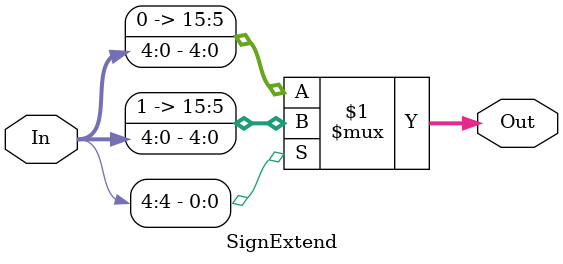
<source format=v>
module SignExtend(Out, In);
	input 	[4:0] 	In;
	output 	[15:0] 	Out;
	
	assign Out = In[4] ? {11'b11111111111, In}:{11'b00000000000, In};
	
endmodule

</source>
